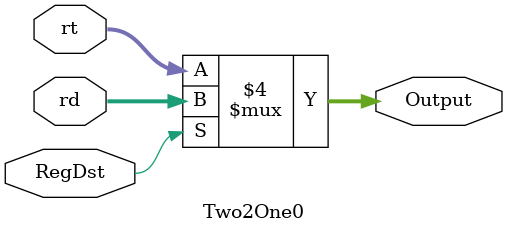
<source format=v>
`timescale 1ns / 1ps


module Two2One0(
    input RegDst,
    input [4:0] rd,
    input [4:0] rt,
    output reg[4:0] Output
    );
    always@(RegDst or rd or rt)
    begin
        if(RegDst==0)
        begin
            Output<=rt;
        end
        
        else
        begin
            Output<=rd;
        end
    end
endmodule

</source>
